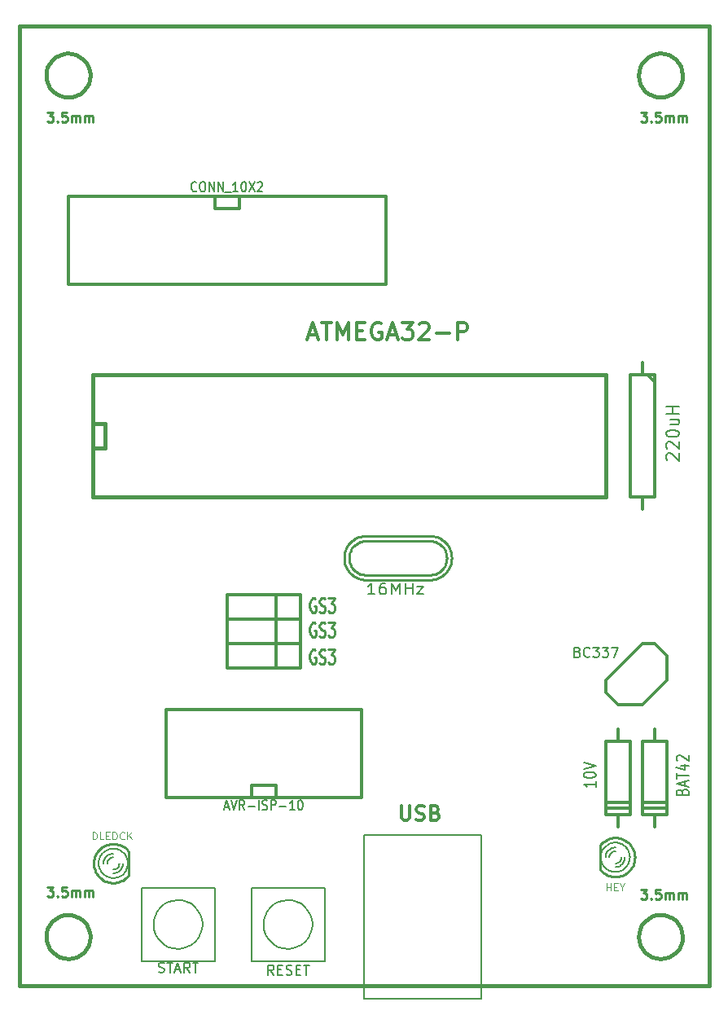
<source format=gto>
G04 (created by PCBNEW-RS274X (2012-apr-16-27)-stable) date Ned 20 Lis 2013 22:50:24*
G01*
G70*
G90*
%MOIN*%
G04 Gerber Fmt 3.4, Leading zero omitted, Abs format*
%FSLAX34Y34*%
G04 APERTURE LIST*
%ADD10C,0.006000*%
%ADD11C,0.015000*%
%ADD12C,0.005000*%
%ADD13C,0.010000*%
%ADD14C,0.011800*%
%ADD15C,0.012000*%
%ADD16C,0.008000*%
%ADD17C,0.003500*%
G04 APERTURE END LIST*
G54D10*
G54D11*
X36000Y-55000D02*
X64250Y-55000D01*
X36000Y-15750D02*
X64250Y-15750D01*
X64250Y-55000D02*
X64250Y-15750D01*
X36000Y-55000D02*
X36000Y-15750D01*
G54D12*
X48000Y-52500D02*
X47980Y-52694D01*
X47924Y-52881D01*
X47832Y-53053D01*
X47709Y-53204D01*
X47559Y-53329D01*
X47387Y-53421D01*
X47201Y-53479D01*
X47006Y-53499D01*
X46813Y-53482D01*
X46626Y-53427D01*
X46453Y-53336D01*
X46301Y-53214D01*
X46175Y-53064D01*
X46081Y-52893D01*
X46022Y-52707D01*
X46001Y-52513D01*
X46017Y-52320D01*
X46071Y-52132D01*
X46160Y-51959D01*
X46281Y-51806D01*
X46430Y-51679D01*
X46600Y-51584D01*
X46786Y-51524D01*
X46980Y-51501D01*
X47173Y-51516D01*
X47361Y-51568D01*
X47535Y-51656D01*
X47689Y-51776D01*
X47817Y-51924D01*
X47913Y-52094D01*
X47975Y-52279D01*
X47999Y-52473D01*
X48000Y-52500D01*
X48500Y-54000D02*
X45500Y-54000D01*
X45500Y-54000D02*
X45500Y-51000D01*
X45500Y-51000D02*
X48500Y-51000D01*
X48500Y-54000D02*
X48500Y-51000D01*
X43500Y-52500D02*
X43480Y-52694D01*
X43424Y-52881D01*
X43332Y-53053D01*
X43209Y-53204D01*
X43059Y-53329D01*
X42887Y-53421D01*
X42701Y-53479D01*
X42506Y-53499D01*
X42313Y-53482D01*
X42126Y-53427D01*
X41953Y-53336D01*
X41801Y-53214D01*
X41675Y-53064D01*
X41581Y-52893D01*
X41522Y-52707D01*
X41501Y-52513D01*
X41517Y-52320D01*
X41571Y-52132D01*
X41660Y-51959D01*
X41781Y-51806D01*
X41930Y-51679D01*
X42100Y-51584D01*
X42286Y-51524D01*
X42480Y-51501D01*
X42673Y-51516D01*
X42861Y-51568D01*
X43035Y-51656D01*
X43189Y-51776D01*
X43317Y-51924D01*
X43413Y-52094D01*
X43475Y-52279D01*
X43499Y-52473D01*
X43500Y-52500D01*
X44000Y-54000D02*
X41000Y-54000D01*
X41000Y-54000D02*
X41000Y-51000D01*
X41000Y-51000D02*
X44000Y-51000D01*
X44000Y-54000D02*
X44000Y-51000D01*
X50100Y-55550D02*
X54900Y-55550D01*
X54900Y-55550D02*
X54900Y-48850D01*
X54900Y-48850D02*
X50100Y-48850D01*
X50100Y-48850D02*
X50100Y-55550D01*
G54D13*
X49300Y-37500D02*
X49304Y-37578D01*
X49314Y-37656D01*
X49331Y-37732D01*
X49355Y-37807D01*
X49385Y-37880D01*
X49421Y-37949D01*
X49463Y-38016D01*
X49511Y-38078D01*
X49564Y-38136D01*
X49622Y-38189D01*
X49684Y-38237D01*
X49751Y-38279D01*
X49820Y-38315D01*
X49893Y-38345D01*
X49968Y-38369D01*
X50044Y-38386D01*
X50122Y-38396D01*
X50200Y-38400D01*
X52800Y-36800D02*
X50200Y-36800D01*
X50200Y-38200D02*
X52800Y-38200D01*
X50200Y-36800D02*
X50139Y-36803D01*
X50079Y-36811D01*
X50019Y-36824D01*
X49961Y-36843D01*
X49905Y-36866D01*
X49851Y-36894D01*
X49799Y-36927D01*
X49751Y-36964D01*
X49706Y-37006D01*
X49664Y-37051D01*
X49627Y-37099D01*
X49594Y-37151D01*
X49566Y-37205D01*
X49543Y-37261D01*
X49524Y-37319D01*
X49511Y-37379D01*
X49503Y-37439D01*
X49500Y-37500D01*
X49500Y-37500D02*
X49503Y-37561D01*
X49511Y-37621D01*
X49524Y-37681D01*
X49543Y-37739D01*
X49566Y-37795D01*
X49594Y-37849D01*
X49627Y-37901D01*
X49664Y-37949D01*
X49706Y-37994D01*
X49751Y-38036D01*
X49799Y-38073D01*
X49851Y-38106D01*
X49905Y-38134D01*
X49961Y-38157D01*
X50019Y-38176D01*
X50079Y-38189D01*
X50139Y-38197D01*
X50200Y-38200D01*
X53500Y-37500D02*
X53497Y-37439D01*
X53489Y-37379D01*
X53476Y-37319D01*
X53457Y-37261D01*
X53434Y-37205D01*
X53406Y-37151D01*
X53373Y-37099D01*
X53336Y-37051D01*
X53294Y-37006D01*
X53249Y-36964D01*
X53201Y-36927D01*
X53150Y-36894D01*
X53095Y-36866D01*
X53039Y-36843D01*
X52981Y-36824D01*
X52921Y-36811D01*
X52861Y-36803D01*
X52800Y-36800D01*
X52800Y-38200D02*
X52861Y-38197D01*
X52921Y-38189D01*
X52981Y-38176D01*
X53039Y-38157D01*
X53095Y-38134D01*
X53150Y-38106D01*
X53201Y-38073D01*
X53249Y-38036D01*
X53294Y-37994D01*
X53336Y-37949D01*
X53373Y-37901D01*
X53406Y-37849D01*
X53434Y-37795D01*
X53457Y-37739D01*
X53476Y-37681D01*
X53489Y-37621D01*
X53497Y-37561D01*
X53500Y-37500D01*
X50200Y-36600D02*
X50122Y-36604D01*
X50044Y-36614D01*
X49968Y-36631D01*
X49893Y-36655D01*
X49820Y-36685D01*
X49751Y-36721D01*
X49684Y-36763D01*
X49622Y-36811D01*
X49564Y-36864D01*
X49511Y-36922D01*
X49463Y-36984D01*
X49421Y-37051D01*
X49385Y-37120D01*
X49355Y-37193D01*
X49331Y-37268D01*
X49314Y-37344D01*
X49304Y-37422D01*
X49300Y-37500D01*
X50200Y-36600D02*
X52800Y-36600D01*
X52800Y-38400D02*
X50200Y-38400D01*
X53700Y-37500D02*
X53696Y-37422D01*
X53686Y-37344D01*
X53669Y-37268D01*
X53645Y-37193D01*
X53615Y-37120D01*
X53579Y-37051D01*
X53537Y-36984D01*
X53489Y-36922D01*
X53436Y-36864D01*
X53378Y-36811D01*
X53316Y-36763D01*
X53250Y-36721D01*
X53180Y-36685D01*
X53107Y-36655D01*
X53032Y-36631D01*
X52956Y-36614D01*
X52878Y-36604D01*
X52800Y-36600D01*
X52800Y-38400D02*
X52878Y-38396D01*
X52956Y-38386D01*
X53032Y-38369D01*
X53107Y-38345D01*
X53180Y-38315D01*
X53250Y-38279D01*
X53316Y-38237D01*
X53378Y-38189D01*
X53436Y-38136D01*
X53489Y-38078D01*
X53537Y-38016D01*
X53579Y-37949D01*
X53615Y-37880D01*
X53645Y-37807D01*
X53669Y-37732D01*
X53686Y-37656D01*
X53696Y-37578D01*
X53700Y-37500D01*
G54D14*
X42000Y-43700D02*
X42000Y-47300D01*
X50000Y-43700D02*
X42000Y-43700D01*
X50000Y-43700D02*
X50000Y-47300D01*
X42000Y-47300D02*
X50000Y-47300D01*
X46500Y-47300D02*
X46500Y-46800D01*
X46500Y-46800D02*
X45500Y-46800D01*
X45500Y-46800D02*
X45500Y-47300D01*
G54D15*
X38000Y-22700D02*
X51000Y-22700D01*
X51000Y-26300D02*
X38000Y-26300D01*
G54D14*
X51000Y-26300D02*
X51000Y-22700D01*
X38000Y-26300D02*
X38000Y-22700D01*
X44000Y-22700D02*
X44000Y-23200D01*
X44000Y-23200D02*
X45000Y-23200D01*
X45000Y-23200D02*
X45000Y-22700D01*
G54D13*
X59780Y-49250D02*
X59780Y-50250D01*
G54D10*
X60860Y-50134D02*
X60892Y-50092D01*
X60920Y-50048D01*
X60944Y-50001D01*
X60964Y-49953D01*
X60980Y-49903D01*
X60991Y-49852D01*
X60997Y-49800D01*
X61000Y-49750D01*
X60999Y-49750D02*
X60996Y-49698D01*
X60989Y-49646D01*
X60978Y-49595D01*
X60962Y-49546D01*
X60942Y-49497D01*
X60918Y-49451D01*
X60890Y-49407D01*
X60858Y-49365D01*
X60847Y-49353D01*
X59801Y-49750D02*
X59804Y-49802D01*
X59811Y-49854D01*
X59822Y-49905D01*
X59838Y-49954D01*
X59858Y-50003D01*
X59882Y-50049D01*
X59910Y-50093D01*
X59942Y-50135D01*
X59946Y-50139D01*
X59940Y-49366D02*
X59908Y-49408D01*
X59880Y-49452D01*
X59856Y-49499D01*
X59836Y-49547D01*
X59820Y-49597D01*
X59809Y-49648D01*
X59803Y-49700D01*
X59800Y-49750D01*
X59913Y-50099D02*
X59945Y-50140D01*
X59981Y-50178D01*
X60020Y-50213D01*
X60062Y-50245D01*
X60106Y-50272D01*
X60153Y-50296D01*
X60201Y-50315D01*
X60251Y-50331D01*
X60303Y-50341D01*
X60354Y-50348D01*
X60400Y-50350D01*
X60400Y-50350D02*
X60452Y-50347D01*
X60504Y-50340D01*
X60555Y-50329D01*
X60605Y-50313D01*
X60653Y-50293D01*
X60700Y-50269D01*
X60744Y-50241D01*
X60785Y-50209D01*
X60824Y-50174D01*
X60859Y-50135D01*
X60879Y-50110D01*
X60400Y-49151D02*
X60348Y-49154D01*
X60296Y-49161D01*
X60245Y-49172D01*
X60196Y-49188D01*
X60147Y-49208D01*
X60101Y-49232D01*
X60057Y-49260D01*
X60015Y-49292D01*
X59977Y-49327D01*
X59942Y-49365D01*
X59928Y-49383D01*
X60873Y-49382D02*
X60839Y-49342D01*
X60802Y-49305D01*
X60761Y-49272D01*
X60718Y-49242D01*
X60673Y-49216D01*
X60625Y-49195D01*
X60576Y-49177D01*
X60525Y-49164D01*
X60474Y-49155D01*
X60421Y-49151D01*
X60400Y-49150D01*
X60400Y-50000D02*
X60421Y-49999D01*
X60443Y-49996D01*
X60464Y-49991D01*
X60485Y-49984D01*
X60505Y-49976D01*
X60525Y-49966D01*
X60543Y-49954D01*
X60560Y-49941D01*
X60576Y-49926D01*
X60591Y-49910D01*
X60604Y-49893D01*
X60616Y-49874D01*
X60626Y-49855D01*
X60634Y-49835D01*
X60641Y-49814D01*
X60646Y-49793D01*
X60649Y-49771D01*
X60650Y-49750D01*
X60400Y-50150D02*
X60434Y-50148D01*
X60469Y-50143D01*
X60503Y-50136D01*
X60536Y-50125D01*
X60569Y-50112D01*
X60600Y-50096D01*
X60629Y-50077D01*
X60657Y-50056D01*
X60682Y-50032D01*
X60706Y-50007D01*
X60727Y-49979D01*
X60746Y-49949D01*
X60762Y-49919D01*
X60775Y-49886D01*
X60786Y-49853D01*
X60793Y-49819D01*
X60798Y-49784D01*
X60800Y-49750D01*
X60400Y-49500D02*
X60379Y-49501D01*
X60357Y-49504D01*
X60336Y-49509D01*
X60315Y-49516D01*
X60295Y-49524D01*
X60276Y-49534D01*
X60257Y-49546D01*
X60240Y-49559D01*
X60224Y-49574D01*
X60209Y-49590D01*
X60196Y-49607D01*
X60184Y-49626D01*
X60174Y-49645D01*
X60166Y-49665D01*
X60159Y-49686D01*
X60154Y-49707D01*
X60151Y-49729D01*
X60150Y-49750D01*
X60400Y-49350D02*
X60366Y-49352D01*
X60331Y-49357D01*
X60297Y-49364D01*
X60264Y-49375D01*
X60231Y-49388D01*
X60201Y-49404D01*
X60171Y-49423D01*
X60143Y-49444D01*
X60118Y-49468D01*
X60094Y-49493D01*
X60073Y-49521D01*
X60054Y-49551D01*
X60038Y-49581D01*
X60025Y-49614D01*
X60014Y-49647D01*
X60007Y-49681D01*
X60002Y-49716D01*
X60000Y-49750D01*
G54D13*
X59787Y-50263D02*
X59834Y-50314D01*
X59885Y-50361D01*
X59940Y-50404D01*
X59999Y-50442D01*
X60061Y-50474D01*
X60126Y-50501D01*
X60192Y-50522D01*
X60260Y-50537D01*
X60329Y-50546D01*
X60399Y-50549D01*
X60400Y-50550D01*
X60400Y-50549D02*
X60469Y-50545D01*
X60538Y-50536D01*
X60606Y-50521D01*
X60673Y-50500D01*
X60737Y-50474D01*
X60799Y-50441D01*
X60858Y-50404D01*
X60913Y-50362D01*
X60964Y-50314D01*
X61012Y-50263D01*
X61054Y-50208D01*
X61091Y-50149D01*
X61104Y-50126D01*
X60399Y-48953D02*
X60330Y-48956D01*
X60261Y-48965D01*
X60193Y-48980D01*
X60126Y-49001D01*
X60062Y-49028D01*
X60000Y-49060D01*
X59942Y-49098D01*
X59886Y-49140D01*
X59835Y-49187D01*
X59791Y-49235D01*
X61094Y-49353D02*
X61056Y-49294D01*
X61014Y-49238D01*
X60967Y-49187D01*
X60916Y-49139D01*
X60861Y-49097D01*
X60802Y-49059D01*
X60740Y-49027D01*
X60676Y-49000D01*
X60609Y-48978D01*
X60541Y-48963D01*
X60472Y-48954D01*
X60402Y-48951D01*
X60400Y-48950D01*
X61104Y-50129D02*
X61134Y-50066D01*
X61159Y-50001D01*
X61178Y-49934D01*
X61191Y-49865D01*
X61198Y-49796D01*
X61200Y-49750D01*
X61199Y-49750D02*
X61195Y-49681D01*
X61186Y-49612D01*
X61171Y-49544D01*
X61150Y-49477D01*
X61124Y-49413D01*
X61091Y-49351D01*
X61080Y-49332D01*
X40470Y-50500D02*
X40470Y-49500D01*
G54D10*
X39390Y-49616D02*
X39358Y-49658D01*
X39330Y-49702D01*
X39306Y-49749D01*
X39286Y-49797D01*
X39270Y-49847D01*
X39259Y-49898D01*
X39253Y-49950D01*
X39250Y-50000D01*
X39251Y-50000D02*
X39254Y-50052D01*
X39261Y-50104D01*
X39272Y-50155D01*
X39288Y-50204D01*
X39308Y-50253D01*
X39332Y-50299D01*
X39360Y-50343D01*
X39392Y-50385D01*
X39403Y-50397D01*
X40449Y-50000D02*
X40446Y-49948D01*
X40439Y-49896D01*
X40428Y-49845D01*
X40412Y-49796D01*
X40392Y-49747D01*
X40368Y-49701D01*
X40340Y-49657D01*
X40308Y-49615D01*
X40304Y-49611D01*
X40310Y-50384D02*
X40342Y-50342D01*
X40370Y-50298D01*
X40394Y-50251D01*
X40414Y-50203D01*
X40430Y-50153D01*
X40441Y-50102D01*
X40447Y-50050D01*
X40450Y-50000D01*
X40337Y-49651D02*
X40305Y-49610D01*
X40269Y-49572D01*
X40230Y-49537D01*
X40188Y-49505D01*
X40144Y-49478D01*
X40097Y-49454D01*
X40049Y-49435D01*
X39999Y-49419D01*
X39947Y-49409D01*
X39896Y-49402D01*
X39850Y-49400D01*
X39850Y-49400D02*
X39798Y-49403D01*
X39746Y-49410D01*
X39695Y-49421D01*
X39645Y-49437D01*
X39597Y-49457D01*
X39551Y-49481D01*
X39506Y-49509D01*
X39465Y-49541D01*
X39426Y-49576D01*
X39391Y-49615D01*
X39371Y-49640D01*
X39850Y-50599D02*
X39902Y-50596D01*
X39954Y-50589D01*
X40005Y-50578D01*
X40054Y-50562D01*
X40103Y-50542D01*
X40149Y-50518D01*
X40193Y-50490D01*
X40235Y-50458D01*
X40273Y-50423D01*
X40308Y-50385D01*
X40322Y-50367D01*
X39377Y-50368D02*
X39411Y-50408D01*
X39448Y-50445D01*
X39489Y-50478D01*
X39532Y-50508D01*
X39577Y-50534D01*
X39625Y-50555D01*
X39674Y-50573D01*
X39725Y-50586D01*
X39776Y-50595D01*
X39829Y-50599D01*
X39850Y-50600D01*
X39850Y-49750D02*
X39829Y-49751D01*
X39807Y-49754D01*
X39786Y-49759D01*
X39765Y-49766D01*
X39745Y-49774D01*
X39726Y-49784D01*
X39707Y-49796D01*
X39690Y-49809D01*
X39674Y-49824D01*
X39659Y-49840D01*
X39646Y-49857D01*
X39634Y-49876D01*
X39624Y-49895D01*
X39616Y-49915D01*
X39609Y-49936D01*
X39604Y-49957D01*
X39601Y-49979D01*
X39600Y-50000D01*
X39850Y-49600D02*
X39816Y-49602D01*
X39781Y-49607D01*
X39747Y-49614D01*
X39714Y-49625D01*
X39681Y-49638D01*
X39651Y-49654D01*
X39621Y-49673D01*
X39593Y-49694D01*
X39568Y-49718D01*
X39544Y-49743D01*
X39523Y-49771D01*
X39504Y-49801D01*
X39488Y-49831D01*
X39475Y-49864D01*
X39464Y-49897D01*
X39457Y-49931D01*
X39452Y-49966D01*
X39450Y-50000D01*
X39850Y-50250D02*
X39871Y-50249D01*
X39893Y-50246D01*
X39914Y-50241D01*
X39935Y-50234D01*
X39955Y-50226D01*
X39975Y-50216D01*
X39993Y-50204D01*
X40010Y-50191D01*
X40026Y-50176D01*
X40041Y-50160D01*
X40054Y-50143D01*
X40066Y-50124D01*
X40076Y-50105D01*
X40084Y-50085D01*
X40091Y-50064D01*
X40096Y-50043D01*
X40099Y-50021D01*
X40100Y-50000D01*
X39850Y-50400D02*
X39884Y-50398D01*
X39919Y-50393D01*
X39953Y-50386D01*
X39986Y-50375D01*
X40019Y-50362D01*
X40050Y-50346D01*
X40079Y-50327D01*
X40107Y-50306D01*
X40132Y-50282D01*
X40156Y-50257D01*
X40177Y-50229D01*
X40196Y-50199D01*
X40212Y-50169D01*
X40225Y-50136D01*
X40236Y-50103D01*
X40243Y-50069D01*
X40248Y-50034D01*
X40250Y-50000D01*
G54D13*
X40463Y-49487D02*
X40416Y-49436D01*
X40365Y-49389D01*
X40310Y-49346D01*
X40251Y-49308D01*
X40189Y-49276D01*
X40124Y-49249D01*
X40058Y-49228D01*
X39990Y-49213D01*
X39921Y-49204D01*
X39851Y-49201D01*
X39850Y-49200D01*
X39850Y-49201D02*
X39781Y-49205D01*
X39712Y-49214D01*
X39644Y-49229D01*
X39577Y-49250D01*
X39513Y-49276D01*
X39451Y-49309D01*
X39392Y-49346D01*
X39337Y-49388D01*
X39286Y-49436D01*
X39238Y-49487D01*
X39196Y-49542D01*
X39159Y-49601D01*
X39146Y-49624D01*
X39851Y-50797D02*
X39920Y-50794D01*
X39989Y-50785D01*
X40057Y-50770D01*
X40124Y-50749D01*
X40188Y-50722D01*
X40250Y-50690D01*
X40308Y-50652D01*
X40364Y-50610D01*
X40415Y-50563D01*
X40459Y-50515D01*
X39156Y-50397D02*
X39194Y-50456D01*
X39236Y-50512D01*
X39283Y-50563D01*
X39334Y-50611D01*
X39389Y-50653D01*
X39448Y-50691D01*
X39510Y-50723D01*
X39574Y-50750D01*
X39641Y-50772D01*
X39709Y-50787D01*
X39778Y-50796D01*
X39848Y-50799D01*
X39850Y-50800D01*
X39146Y-49621D02*
X39116Y-49684D01*
X39091Y-49749D01*
X39072Y-49816D01*
X39059Y-49885D01*
X39052Y-49954D01*
X39050Y-50000D01*
X39051Y-50000D02*
X39055Y-50069D01*
X39064Y-50138D01*
X39079Y-50206D01*
X39100Y-50273D01*
X39126Y-50337D01*
X39159Y-50399D01*
X39170Y-50418D01*
G54D15*
X47500Y-40000D02*
X47500Y-41000D01*
X47500Y-41000D02*
X44500Y-41000D01*
X44500Y-41000D02*
X44500Y-40000D01*
X44500Y-40000D02*
X47500Y-40000D01*
X46500Y-41000D02*
X46500Y-40000D01*
X47500Y-41000D02*
X47500Y-42000D01*
X47500Y-42000D02*
X44500Y-42000D01*
X44500Y-42000D02*
X44500Y-41000D01*
X44500Y-41000D02*
X47500Y-41000D01*
X46500Y-42000D02*
X46500Y-41000D01*
X47500Y-39000D02*
X47500Y-40000D01*
X47500Y-40000D02*
X44500Y-40000D01*
X44500Y-40000D02*
X44500Y-39000D01*
X44500Y-39000D02*
X47500Y-39000D01*
X46500Y-40000D02*
X46500Y-39000D01*
G54D11*
X39000Y-32000D02*
X39500Y-32000D01*
X39500Y-32000D02*
X39500Y-33000D01*
X39500Y-33000D02*
X39000Y-33000D01*
X39000Y-30000D02*
X60000Y-30000D01*
X60000Y-30000D02*
X60000Y-35000D01*
X60000Y-35000D02*
X39000Y-35000D01*
X39000Y-35000D02*
X39000Y-30000D01*
G54D15*
X62500Y-45000D02*
X62500Y-48000D01*
X62500Y-48000D02*
X61500Y-48000D01*
X61500Y-48000D02*
X61500Y-45000D01*
X61500Y-45000D02*
X62500Y-45000D01*
X62500Y-47750D02*
X61500Y-47750D01*
X61500Y-47500D02*
X62500Y-47500D01*
X62000Y-45000D02*
X62000Y-44500D01*
X62000Y-48000D02*
X62000Y-48500D01*
X61000Y-45000D02*
X61000Y-48000D01*
X61000Y-48000D02*
X60000Y-48000D01*
X60000Y-48000D02*
X60000Y-45000D01*
X60000Y-45000D02*
X61000Y-45000D01*
X61000Y-47750D02*
X60000Y-47750D01*
X60000Y-47500D02*
X61000Y-47500D01*
X60500Y-45000D02*
X60500Y-44500D01*
X60500Y-48000D02*
X60500Y-48500D01*
X62000Y-30000D02*
X62000Y-35000D01*
X62000Y-35000D02*
X61000Y-35000D01*
X61000Y-35000D02*
X61000Y-30000D01*
X61500Y-35000D02*
X61500Y-35500D01*
X61500Y-29500D02*
X61500Y-30000D01*
X61700Y-30000D02*
X62000Y-30300D01*
X62000Y-30000D02*
X61000Y-30000D01*
X61500Y-41000D02*
X60000Y-42500D01*
X60000Y-42500D02*
X60000Y-43000D01*
X60000Y-43000D02*
X60500Y-43500D01*
X60500Y-43500D02*
X61500Y-43500D01*
X61500Y-43500D02*
X62500Y-42500D01*
X62500Y-42500D02*
X62500Y-41500D01*
X62500Y-41500D02*
X62000Y-41000D01*
X62000Y-41000D02*
X61500Y-41000D01*
G54D11*
X38900Y-53000D02*
X38882Y-53174D01*
X38832Y-53342D01*
X38749Y-53498D01*
X38638Y-53634D01*
X38503Y-53746D01*
X38348Y-53829D01*
X38180Y-53881D01*
X38006Y-53899D01*
X37832Y-53884D01*
X37663Y-53834D01*
X37508Y-53753D01*
X37371Y-53643D01*
X37258Y-53508D01*
X37173Y-53354D01*
X37120Y-53187D01*
X37101Y-53012D01*
X37115Y-52838D01*
X37164Y-52669D01*
X37244Y-52513D01*
X37353Y-52375D01*
X37487Y-52261D01*
X37640Y-52176D01*
X37807Y-52121D01*
X37982Y-52101D01*
X38156Y-52114D01*
X38325Y-52161D01*
X38482Y-52241D01*
X38620Y-52349D01*
X38735Y-52482D01*
X38822Y-52634D01*
X38877Y-52801D01*
X38899Y-52975D01*
X38900Y-53000D01*
X63150Y-53000D02*
X63132Y-53174D01*
X63082Y-53342D01*
X62999Y-53498D01*
X62888Y-53634D01*
X62753Y-53746D01*
X62598Y-53829D01*
X62430Y-53881D01*
X62256Y-53899D01*
X62082Y-53884D01*
X61913Y-53834D01*
X61758Y-53753D01*
X61621Y-53643D01*
X61508Y-53508D01*
X61423Y-53354D01*
X61370Y-53187D01*
X61351Y-53012D01*
X61365Y-52838D01*
X61414Y-52669D01*
X61494Y-52513D01*
X61603Y-52375D01*
X61737Y-52261D01*
X61890Y-52176D01*
X62057Y-52121D01*
X62232Y-52101D01*
X62406Y-52114D01*
X62575Y-52161D01*
X62732Y-52241D01*
X62870Y-52349D01*
X62985Y-52482D01*
X63072Y-52634D01*
X63127Y-52801D01*
X63149Y-52975D01*
X63150Y-53000D01*
X63150Y-17750D02*
X63132Y-17924D01*
X63082Y-18092D01*
X62999Y-18248D01*
X62888Y-18384D01*
X62753Y-18496D01*
X62598Y-18579D01*
X62430Y-18631D01*
X62256Y-18649D01*
X62082Y-18634D01*
X61913Y-18584D01*
X61758Y-18503D01*
X61621Y-18393D01*
X61508Y-18258D01*
X61423Y-18104D01*
X61370Y-17937D01*
X61351Y-17762D01*
X61365Y-17588D01*
X61414Y-17419D01*
X61494Y-17263D01*
X61603Y-17125D01*
X61737Y-17011D01*
X61890Y-16926D01*
X62057Y-16871D01*
X62232Y-16851D01*
X62406Y-16864D01*
X62575Y-16911D01*
X62732Y-16991D01*
X62870Y-17099D01*
X62985Y-17232D01*
X63072Y-17384D01*
X63127Y-17551D01*
X63149Y-17725D01*
X63150Y-17750D01*
X38900Y-17750D02*
X38882Y-17924D01*
X38832Y-18092D01*
X38749Y-18248D01*
X38638Y-18384D01*
X38503Y-18496D01*
X38348Y-18579D01*
X38180Y-18631D01*
X38006Y-18649D01*
X37832Y-18634D01*
X37663Y-18584D01*
X37508Y-18503D01*
X37371Y-18393D01*
X37258Y-18258D01*
X37173Y-18104D01*
X37120Y-17937D01*
X37101Y-17762D01*
X37115Y-17588D01*
X37164Y-17419D01*
X37244Y-17263D01*
X37353Y-17125D01*
X37487Y-17011D01*
X37640Y-16926D01*
X37807Y-16871D01*
X37982Y-16851D01*
X38156Y-16864D01*
X38325Y-16911D01*
X38482Y-16991D01*
X38620Y-17099D01*
X38735Y-17232D01*
X38822Y-17384D01*
X38877Y-17551D01*
X38899Y-17725D01*
X38900Y-17750D01*
G54D16*
X46419Y-54562D02*
X46285Y-54371D01*
X46190Y-54562D02*
X46190Y-54162D01*
X46343Y-54162D01*
X46381Y-54181D01*
X46400Y-54200D01*
X46419Y-54238D01*
X46419Y-54295D01*
X46400Y-54333D01*
X46381Y-54352D01*
X46343Y-54371D01*
X46190Y-54371D01*
X46590Y-54352D02*
X46724Y-54352D01*
X46781Y-54562D02*
X46590Y-54562D01*
X46590Y-54162D01*
X46781Y-54162D01*
X46933Y-54543D02*
X46990Y-54562D01*
X47086Y-54562D01*
X47124Y-54543D01*
X47143Y-54524D01*
X47162Y-54486D01*
X47162Y-54448D01*
X47143Y-54410D01*
X47124Y-54390D01*
X47086Y-54371D01*
X47009Y-54352D01*
X46971Y-54333D01*
X46952Y-54314D01*
X46933Y-54276D01*
X46933Y-54238D01*
X46952Y-54200D01*
X46971Y-54181D01*
X47009Y-54162D01*
X47105Y-54162D01*
X47162Y-54181D01*
X47333Y-54352D02*
X47467Y-54352D01*
X47524Y-54562D02*
X47333Y-54562D01*
X47333Y-54162D01*
X47524Y-54162D01*
X47638Y-54162D02*
X47867Y-54162D01*
X47752Y-54562D02*
X47752Y-54162D01*
X41709Y-54443D02*
X41766Y-54462D01*
X41862Y-54462D01*
X41900Y-54443D01*
X41919Y-54424D01*
X41938Y-54386D01*
X41938Y-54348D01*
X41919Y-54310D01*
X41900Y-54290D01*
X41862Y-54271D01*
X41785Y-54252D01*
X41747Y-54233D01*
X41728Y-54214D01*
X41709Y-54176D01*
X41709Y-54138D01*
X41728Y-54100D01*
X41747Y-54081D01*
X41785Y-54062D01*
X41881Y-54062D01*
X41938Y-54081D01*
X42052Y-54062D02*
X42281Y-54062D01*
X42166Y-54462D02*
X42166Y-54062D01*
X42395Y-54348D02*
X42586Y-54348D01*
X42357Y-54462D02*
X42490Y-54062D01*
X42624Y-54462D01*
X42986Y-54462D02*
X42852Y-54271D01*
X42757Y-54462D02*
X42757Y-54062D01*
X42910Y-54062D01*
X42948Y-54081D01*
X42967Y-54100D01*
X42986Y-54138D01*
X42986Y-54195D01*
X42967Y-54233D01*
X42948Y-54252D01*
X42910Y-54271D01*
X42757Y-54271D01*
X43100Y-54062D02*
X43329Y-54062D01*
X43214Y-54462D02*
X43214Y-54062D01*
G54D15*
X51643Y-47643D02*
X51643Y-48129D01*
X51671Y-48186D01*
X51700Y-48214D01*
X51757Y-48243D01*
X51871Y-48243D01*
X51929Y-48214D01*
X51957Y-48186D01*
X51986Y-48129D01*
X51986Y-47643D01*
X52243Y-48214D02*
X52329Y-48243D01*
X52472Y-48243D01*
X52529Y-48214D01*
X52558Y-48186D01*
X52586Y-48129D01*
X52586Y-48071D01*
X52558Y-48014D01*
X52529Y-47986D01*
X52472Y-47957D01*
X52358Y-47929D01*
X52300Y-47900D01*
X52272Y-47871D01*
X52243Y-47814D01*
X52243Y-47757D01*
X52272Y-47700D01*
X52300Y-47671D01*
X52358Y-47643D01*
X52500Y-47643D01*
X52586Y-47671D01*
X53043Y-47929D02*
X53129Y-47957D01*
X53157Y-47986D01*
X53186Y-48043D01*
X53186Y-48129D01*
X53157Y-48186D01*
X53129Y-48214D01*
X53071Y-48243D01*
X52843Y-48243D01*
X52843Y-47643D01*
X53043Y-47643D01*
X53100Y-47671D01*
X53129Y-47700D01*
X53157Y-47757D01*
X53157Y-47814D01*
X53129Y-47871D01*
X53100Y-47900D01*
X53043Y-47929D01*
X52843Y-47929D01*
G54D10*
X50555Y-38982D02*
X50269Y-38982D01*
X50412Y-38982D02*
X50412Y-38532D01*
X50364Y-38596D01*
X50317Y-38639D01*
X50269Y-38661D01*
X50983Y-38532D02*
X50888Y-38532D01*
X50840Y-38554D01*
X50817Y-38575D01*
X50769Y-38639D01*
X50745Y-38725D01*
X50745Y-38896D01*
X50769Y-38939D01*
X50793Y-38961D01*
X50840Y-38982D01*
X50936Y-38982D01*
X50983Y-38961D01*
X51007Y-38939D01*
X51031Y-38896D01*
X51031Y-38789D01*
X51007Y-38746D01*
X50983Y-38725D01*
X50936Y-38704D01*
X50840Y-38704D01*
X50793Y-38725D01*
X50769Y-38746D01*
X50745Y-38789D01*
X51245Y-38982D02*
X51245Y-38532D01*
X51412Y-38854D01*
X51578Y-38532D01*
X51578Y-38982D01*
X51816Y-38982D02*
X51816Y-38532D01*
X51816Y-38746D02*
X52102Y-38746D01*
X52102Y-38982D02*
X52102Y-38532D01*
X52292Y-38682D02*
X52554Y-38682D01*
X52292Y-38982D01*
X52554Y-38982D01*
G54D16*
X44401Y-47698D02*
X44567Y-47698D01*
X44367Y-47812D02*
X44484Y-47412D01*
X44601Y-47812D01*
X44667Y-47412D02*
X44784Y-47812D01*
X44901Y-47412D01*
X45217Y-47812D02*
X45101Y-47621D01*
X45017Y-47812D02*
X45017Y-47412D01*
X45151Y-47412D01*
X45184Y-47431D01*
X45201Y-47450D01*
X45217Y-47488D01*
X45217Y-47545D01*
X45201Y-47583D01*
X45184Y-47602D01*
X45151Y-47621D01*
X45017Y-47621D01*
X45367Y-47660D02*
X45634Y-47660D01*
X45800Y-47812D02*
X45800Y-47412D01*
X45951Y-47793D02*
X46001Y-47812D01*
X46084Y-47812D01*
X46117Y-47793D01*
X46134Y-47774D01*
X46151Y-47736D01*
X46151Y-47698D01*
X46134Y-47660D01*
X46117Y-47640D01*
X46084Y-47621D01*
X46017Y-47602D01*
X45984Y-47583D01*
X45967Y-47564D01*
X45951Y-47526D01*
X45951Y-47488D01*
X45967Y-47450D01*
X45984Y-47431D01*
X46017Y-47412D01*
X46101Y-47412D01*
X46151Y-47431D01*
X46300Y-47812D02*
X46300Y-47412D01*
X46434Y-47412D01*
X46467Y-47431D01*
X46484Y-47450D01*
X46500Y-47488D01*
X46500Y-47545D01*
X46484Y-47583D01*
X46467Y-47602D01*
X46434Y-47621D01*
X46300Y-47621D01*
X46650Y-47660D02*
X46917Y-47660D01*
X47267Y-47812D02*
X47067Y-47812D01*
X47167Y-47812D02*
X47167Y-47412D01*
X47133Y-47469D01*
X47100Y-47507D01*
X47067Y-47526D01*
X47483Y-47412D02*
X47516Y-47412D01*
X47550Y-47431D01*
X47566Y-47450D01*
X47583Y-47488D01*
X47600Y-47564D01*
X47600Y-47660D01*
X47583Y-47736D01*
X47566Y-47774D01*
X47550Y-47793D01*
X47516Y-47812D01*
X47483Y-47812D01*
X47450Y-47793D01*
X47433Y-47774D01*
X47416Y-47736D01*
X47400Y-47660D01*
X47400Y-47564D01*
X47416Y-47488D01*
X47433Y-47450D01*
X47450Y-47431D01*
X47483Y-47412D01*
X43258Y-22474D02*
X43242Y-22493D01*
X43192Y-22512D01*
X43158Y-22512D01*
X43108Y-22493D01*
X43075Y-22455D01*
X43058Y-22417D01*
X43042Y-22340D01*
X43042Y-22283D01*
X43058Y-22207D01*
X43075Y-22169D01*
X43108Y-22131D01*
X43158Y-22112D01*
X43192Y-22112D01*
X43242Y-22131D01*
X43258Y-22150D01*
X43475Y-22112D02*
X43542Y-22112D01*
X43575Y-22131D01*
X43608Y-22169D01*
X43625Y-22245D01*
X43625Y-22379D01*
X43608Y-22455D01*
X43575Y-22493D01*
X43542Y-22512D01*
X43475Y-22512D01*
X43442Y-22493D01*
X43408Y-22455D01*
X43392Y-22379D01*
X43392Y-22245D01*
X43408Y-22169D01*
X43442Y-22131D01*
X43475Y-22112D01*
X43775Y-22512D02*
X43775Y-22112D01*
X43975Y-22512D01*
X43975Y-22112D01*
X44142Y-22512D02*
X44142Y-22112D01*
X44342Y-22512D01*
X44342Y-22112D01*
X44426Y-22550D02*
X44693Y-22550D01*
X44960Y-22512D02*
X44760Y-22512D01*
X44860Y-22512D02*
X44860Y-22112D01*
X44826Y-22169D01*
X44793Y-22207D01*
X44760Y-22226D01*
X45176Y-22112D02*
X45209Y-22112D01*
X45243Y-22131D01*
X45259Y-22150D01*
X45276Y-22188D01*
X45293Y-22264D01*
X45293Y-22360D01*
X45276Y-22436D01*
X45259Y-22474D01*
X45243Y-22493D01*
X45209Y-22512D01*
X45176Y-22512D01*
X45143Y-22493D01*
X45126Y-22474D01*
X45109Y-22436D01*
X45093Y-22360D01*
X45093Y-22264D01*
X45109Y-22188D01*
X45126Y-22150D01*
X45143Y-22131D01*
X45176Y-22112D01*
X45409Y-22112D02*
X45642Y-22512D01*
X45642Y-22112D02*
X45409Y-22512D01*
X45759Y-22150D02*
X45775Y-22131D01*
X45809Y-22112D01*
X45892Y-22112D01*
X45925Y-22131D01*
X45942Y-22150D01*
X45959Y-22188D01*
X45959Y-22226D01*
X45942Y-22283D01*
X45742Y-22512D01*
X45959Y-22512D01*
G54D17*
X60050Y-51121D02*
X60050Y-50821D01*
X60050Y-50964D02*
X60222Y-50964D01*
X60222Y-51121D02*
X60222Y-50821D01*
X60364Y-50964D02*
X60464Y-50964D01*
X60507Y-51121D02*
X60364Y-51121D01*
X60364Y-50821D01*
X60507Y-50821D01*
X60693Y-50979D02*
X60693Y-51121D01*
X60593Y-50821D02*
X60693Y-50979D01*
X60793Y-50821D01*
X39014Y-49021D02*
X39014Y-48721D01*
X39086Y-48721D01*
X39129Y-48736D01*
X39157Y-48764D01*
X39172Y-48793D01*
X39186Y-48850D01*
X39186Y-48893D01*
X39172Y-48950D01*
X39157Y-48979D01*
X39129Y-49007D01*
X39086Y-49021D01*
X39014Y-49021D01*
X39457Y-49021D02*
X39314Y-49021D01*
X39314Y-48721D01*
X39557Y-48864D02*
X39657Y-48864D01*
X39700Y-49021D02*
X39557Y-49021D01*
X39557Y-48721D01*
X39700Y-48721D01*
X39828Y-49021D02*
X39828Y-48721D01*
X39900Y-48721D01*
X39943Y-48736D01*
X39971Y-48764D01*
X39986Y-48793D01*
X40000Y-48850D01*
X40000Y-48893D01*
X39986Y-48950D01*
X39971Y-48979D01*
X39943Y-49007D01*
X39900Y-49021D01*
X39828Y-49021D01*
X40300Y-48993D02*
X40286Y-49007D01*
X40243Y-49021D01*
X40214Y-49021D01*
X40171Y-49007D01*
X40143Y-48979D01*
X40128Y-48950D01*
X40114Y-48893D01*
X40114Y-48850D01*
X40128Y-48793D01*
X40143Y-48764D01*
X40171Y-48736D01*
X40214Y-48721D01*
X40243Y-48721D01*
X40286Y-48736D01*
X40300Y-48750D01*
X40428Y-49021D02*
X40428Y-48721D01*
X40600Y-49021D02*
X40471Y-48850D01*
X40600Y-48721D02*
X40428Y-48893D01*
G54D13*
X48124Y-40171D02*
X48086Y-40143D01*
X48029Y-40143D01*
X47971Y-40171D01*
X47933Y-40229D01*
X47914Y-40286D01*
X47895Y-40400D01*
X47895Y-40486D01*
X47914Y-40600D01*
X47933Y-40657D01*
X47971Y-40714D01*
X48029Y-40743D01*
X48067Y-40743D01*
X48124Y-40714D01*
X48143Y-40686D01*
X48143Y-40486D01*
X48067Y-40486D01*
X48295Y-40714D02*
X48352Y-40743D01*
X48448Y-40743D01*
X48486Y-40714D01*
X48505Y-40686D01*
X48524Y-40629D01*
X48524Y-40571D01*
X48505Y-40514D01*
X48486Y-40486D01*
X48448Y-40457D01*
X48371Y-40429D01*
X48333Y-40400D01*
X48314Y-40371D01*
X48295Y-40314D01*
X48295Y-40257D01*
X48314Y-40200D01*
X48333Y-40171D01*
X48371Y-40143D01*
X48467Y-40143D01*
X48524Y-40171D01*
X48657Y-40143D02*
X48905Y-40143D01*
X48771Y-40371D01*
X48829Y-40371D01*
X48867Y-40400D01*
X48886Y-40429D01*
X48905Y-40486D01*
X48905Y-40629D01*
X48886Y-40686D01*
X48867Y-40714D01*
X48829Y-40743D01*
X48714Y-40743D01*
X48676Y-40714D01*
X48657Y-40686D01*
X48124Y-41271D02*
X48086Y-41243D01*
X48029Y-41243D01*
X47971Y-41271D01*
X47933Y-41329D01*
X47914Y-41386D01*
X47895Y-41500D01*
X47895Y-41586D01*
X47914Y-41700D01*
X47933Y-41757D01*
X47971Y-41814D01*
X48029Y-41843D01*
X48067Y-41843D01*
X48124Y-41814D01*
X48143Y-41786D01*
X48143Y-41586D01*
X48067Y-41586D01*
X48295Y-41814D02*
X48352Y-41843D01*
X48448Y-41843D01*
X48486Y-41814D01*
X48505Y-41786D01*
X48524Y-41729D01*
X48524Y-41671D01*
X48505Y-41614D01*
X48486Y-41586D01*
X48448Y-41557D01*
X48371Y-41529D01*
X48333Y-41500D01*
X48314Y-41471D01*
X48295Y-41414D01*
X48295Y-41357D01*
X48314Y-41300D01*
X48333Y-41271D01*
X48371Y-41243D01*
X48467Y-41243D01*
X48524Y-41271D01*
X48657Y-41243D02*
X48905Y-41243D01*
X48771Y-41471D01*
X48829Y-41471D01*
X48867Y-41500D01*
X48886Y-41529D01*
X48905Y-41586D01*
X48905Y-41729D01*
X48886Y-41786D01*
X48867Y-41814D01*
X48829Y-41843D01*
X48714Y-41843D01*
X48676Y-41814D01*
X48657Y-41786D01*
X48124Y-39171D02*
X48086Y-39143D01*
X48029Y-39143D01*
X47971Y-39171D01*
X47933Y-39229D01*
X47914Y-39286D01*
X47895Y-39400D01*
X47895Y-39486D01*
X47914Y-39600D01*
X47933Y-39657D01*
X47971Y-39714D01*
X48029Y-39743D01*
X48067Y-39743D01*
X48124Y-39714D01*
X48143Y-39686D01*
X48143Y-39486D01*
X48067Y-39486D01*
X48295Y-39714D02*
X48352Y-39743D01*
X48448Y-39743D01*
X48486Y-39714D01*
X48505Y-39686D01*
X48524Y-39629D01*
X48524Y-39571D01*
X48505Y-39514D01*
X48486Y-39486D01*
X48448Y-39457D01*
X48371Y-39429D01*
X48333Y-39400D01*
X48314Y-39371D01*
X48295Y-39314D01*
X48295Y-39257D01*
X48314Y-39200D01*
X48333Y-39171D01*
X48371Y-39143D01*
X48467Y-39143D01*
X48524Y-39171D01*
X48657Y-39143D02*
X48905Y-39143D01*
X48771Y-39371D01*
X48829Y-39371D01*
X48867Y-39400D01*
X48886Y-39429D01*
X48905Y-39486D01*
X48905Y-39629D01*
X48886Y-39686D01*
X48867Y-39714D01*
X48829Y-39743D01*
X48714Y-39743D01*
X48676Y-39714D01*
X48657Y-39686D01*
G54D15*
X47850Y-28383D02*
X48184Y-28383D01*
X47784Y-28583D02*
X48017Y-27883D01*
X48250Y-28583D01*
X48384Y-27883D02*
X48784Y-27883D01*
X48584Y-28583D02*
X48584Y-27883D01*
X49017Y-28583D02*
X49017Y-27883D01*
X49250Y-28383D01*
X49483Y-27883D01*
X49483Y-28583D01*
X49817Y-28217D02*
X50050Y-28217D01*
X50150Y-28583D02*
X49817Y-28583D01*
X49817Y-27883D01*
X50150Y-27883D01*
X50816Y-27917D02*
X50750Y-27883D01*
X50650Y-27883D01*
X50550Y-27917D01*
X50483Y-27983D01*
X50450Y-28050D01*
X50416Y-28183D01*
X50416Y-28283D01*
X50450Y-28417D01*
X50483Y-28483D01*
X50550Y-28550D01*
X50650Y-28583D01*
X50716Y-28583D01*
X50816Y-28550D01*
X50850Y-28517D01*
X50850Y-28283D01*
X50716Y-28283D01*
X51116Y-28383D02*
X51450Y-28383D01*
X51050Y-28583D02*
X51283Y-27883D01*
X51516Y-28583D01*
X51683Y-27883D02*
X52116Y-27883D01*
X51883Y-28150D01*
X51983Y-28150D01*
X52050Y-28183D01*
X52083Y-28217D01*
X52116Y-28283D01*
X52116Y-28450D01*
X52083Y-28517D01*
X52050Y-28550D01*
X51983Y-28583D01*
X51783Y-28583D01*
X51716Y-28550D01*
X51683Y-28517D01*
X52383Y-27950D02*
X52417Y-27917D01*
X52483Y-27883D01*
X52650Y-27883D01*
X52717Y-27917D01*
X52750Y-27950D01*
X52783Y-28017D01*
X52783Y-28083D01*
X52750Y-28183D01*
X52350Y-28583D01*
X52783Y-28583D01*
X53084Y-28317D02*
X53617Y-28317D01*
X53951Y-28583D02*
X53951Y-27883D01*
X54217Y-27883D01*
X54284Y-27917D01*
X54317Y-27950D01*
X54351Y-28017D01*
X54351Y-28117D01*
X54317Y-28183D01*
X54284Y-28217D01*
X54217Y-28250D01*
X53951Y-28250D01*
G54D16*
X63140Y-47076D02*
X63164Y-47019D01*
X63188Y-47000D01*
X63236Y-46981D01*
X63307Y-46981D01*
X63355Y-47000D01*
X63379Y-47019D01*
X63402Y-47057D01*
X63402Y-47210D01*
X62902Y-47210D01*
X62902Y-47076D01*
X62926Y-47038D01*
X62950Y-47019D01*
X62998Y-47000D01*
X63045Y-47000D01*
X63093Y-47019D01*
X63117Y-47038D01*
X63140Y-47076D01*
X63140Y-47210D01*
X63260Y-46829D02*
X63260Y-46638D01*
X63402Y-46867D02*
X62902Y-46734D01*
X63402Y-46600D01*
X62902Y-46524D02*
X62902Y-46295D01*
X63402Y-46410D02*
X62902Y-46410D01*
X63069Y-45990D02*
X63402Y-45990D01*
X62879Y-46086D02*
X63236Y-46181D01*
X63236Y-45933D01*
X62950Y-45800D02*
X62926Y-45781D01*
X62902Y-45743D01*
X62902Y-45647D01*
X62926Y-45609D01*
X62950Y-45590D01*
X62998Y-45571D01*
X63045Y-45571D01*
X63117Y-45590D01*
X63402Y-45819D01*
X63402Y-45571D01*
X59602Y-46647D02*
X59602Y-46876D01*
X59602Y-46762D02*
X59102Y-46762D01*
X59174Y-46800D01*
X59221Y-46838D01*
X59245Y-46876D01*
X59102Y-46400D02*
X59102Y-46361D01*
X59126Y-46323D01*
X59150Y-46304D01*
X59198Y-46285D01*
X59293Y-46266D01*
X59412Y-46266D01*
X59507Y-46285D01*
X59555Y-46304D01*
X59579Y-46323D01*
X59602Y-46361D01*
X59602Y-46400D01*
X59579Y-46438D01*
X59555Y-46457D01*
X59507Y-46476D01*
X59412Y-46495D01*
X59293Y-46495D01*
X59198Y-46476D01*
X59150Y-46457D01*
X59126Y-46438D01*
X59102Y-46400D01*
X59102Y-46152D02*
X59602Y-46019D01*
X59102Y-45885D01*
X62525Y-33507D02*
X62499Y-33483D01*
X62473Y-33435D01*
X62473Y-33316D01*
X62499Y-33269D01*
X62525Y-33245D01*
X62577Y-33221D01*
X62630Y-33221D01*
X62708Y-33245D01*
X63023Y-33531D01*
X63023Y-33221D01*
X62525Y-33031D02*
X62499Y-33007D01*
X62473Y-32959D01*
X62473Y-32840D01*
X62499Y-32793D01*
X62525Y-32769D01*
X62577Y-32745D01*
X62630Y-32745D01*
X62708Y-32769D01*
X63023Y-33055D01*
X63023Y-32745D01*
X62473Y-32436D02*
X62473Y-32388D01*
X62499Y-32340D01*
X62525Y-32317D01*
X62577Y-32293D01*
X62682Y-32269D01*
X62813Y-32269D01*
X62918Y-32293D01*
X62970Y-32317D01*
X62996Y-32340D01*
X63023Y-32388D01*
X63023Y-32436D01*
X62996Y-32483D01*
X62970Y-32507D01*
X62918Y-32531D01*
X62813Y-32555D01*
X62682Y-32555D01*
X62577Y-32531D01*
X62525Y-32507D01*
X62499Y-32483D01*
X62473Y-32436D01*
X62656Y-31841D02*
X63023Y-31841D01*
X62656Y-32055D02*
X62944Y-32055D01*
X62996Y-32031D01*
X63023Y-31984D01*
X63023Y-31912D01*
X62996Y-31864D01*
X62970Y-31841D01*
X63023Y-31603D02*
X62473Y-31603D01*
X62735Y-31603D02*
X62735Y-31317D01*
X63023Y-31317D02*
X62473Y-31317D01*
X58858Y-41352D02*
X58915Y-41371D01*
X58934Y-41390D01*
X58953Y-41429D01*
X58953Y-41486D01*
X58934Y-41524D01*
X58915Y-41543D01*
X58877Y-41562D01*
X58724Y-41562D01*
X58724Y-41162D01*
X58858Y-41162D01*
X58896Y-41181D01*
X58915Y-41200D01*
X58934Y-41238D01*
X58934Y-41276D01*
X58915Y-41314D01*
X58896Y-41333D01*
X58858Y-41352D01*
X58724Y-41352D01*
X59353Y-41524D02*
X59334Y-41543D01*
X59277Y-41562D01*
X59239Y-41562D01*
X59181Y-41543D01*
X59143Y-41505D01*
X59124Y-41467D01*
X59105Y-41390D01*
X59105Y-41333D01*
X59124Y-41257D01*
X59143Y-41219D01*
X59181Y-41181D01*
X59239Y-41162D01*
X59277Y-41162D01*
X59334Y-41181D01*
X59353Y-41200D01*
X59486Y-41162D02*
X59734Y-41162D01*
X59600Y-41314D01*
X59658Y-41314D01*
X59696Y-41333D01*
X59715Y-41352D01*
X59734Y-41390D01*
X59734Y-41486D01*
X59715Y-41524D01*
X59696Y-41543D01*
X59658Y-41562D01*
X59543Y-41562D01*
X59505Y-41543D01*
X59486Y-41524D01*
X59867Y-41162D02*
X60115Y-41162D01*
X59981Y-41314D01*
X60039Y-41314D01*
X60077Y-41333D01*
X60096Y-41352D01*
X60115Y-41390D01*
X60115Y-41486D01*
X60096Y-41524D01*
X60077Y-41543D01*
X60039Y-41562D01*
X59924Y-41562D01*
X59886Y-41543D01*
X59867Y-41524D01*
X60248Y-41162D02*
X60515Y-41162D01*
X60343Y-41562D01*
G54D13*
X37148Y-50962D02*
X37396Y-50962D01*
X37262Y-51114D01*
X37320Y-51114D01*
X37358Y-51133D01*
X37377Y-51152D01*
X37396Y-51190D01*
X37396Y-51286D01*
X37377Y-51324D01*
X37358Y-51343D01*
X37320Y-51362D01*
X37205Y-51362D01*
X37167Y-51343D01*
X37148Y-51324D01*
X37567Y-51324D02*
X37586Y-51343D01*
X37567Y-51362D01*
X37548Y-51343D01*
X37567Y-51324D01*
X37567Y-51362D01*
X37948Y-50962D02*
X37757Y-50962D01*
X37738Y-51152D01*
X37757Y-51133D01*
X37795Y-51114D01*
X37891Y-51114D01*
X37929Y-51133D01*
X37948Y-51152D01*
X37967Y-51190D01*
X37967Y-51286D01*
X37948Y-51324D01*
X37929Y-51343D01*
X37891Y-51362D01*
X37795Y-51362D01*
X37757Y-51343D01*
X37738Y-51324D01*
X38138Y-51362D02*
X38138Y-51095D01*
X38138Y-51133D02*
X38157Y-51114D01*
X38195Y-51095D01*
X38253Y-51095D01*
X38291Y-51114D01*
X38310Y-51152D01*
X38310Y-51362D01*
X38310Y-51152D02*
X38329Y-51114D01*
X38367Y-51095D01*
X38424Y-51095D01*
X38462Y-51114D01*
X38481Y-51152D01*
X38481Y-51362D01*
X38671Y-51362D02*
X38671Y-51095D01*
X38671Y-51133D02*
X38690Y-51114D01*
X38728Y-51095D01*
X38786Y-51095D01*
X38824Y-51114D01*
X38843Y-51152D01*
X38843Y-51362D01*
X38843Y-51152D02*
X38862Y-51114D01*
X38900Y-51095D01*
X38957Y-51095D01*
X38995Y-51114D01*
X39014Y-51152D01*
X39014Y-51362D01*
X61448Y-51062D02*
X61696Y-51062D01*
X61562Y-51214D01*
X61620Y-51214D01*
X61658Y-51233D01*
X61677Y-51252D01*
X61696Y-51290D01*
X61696Y-51386D01*
X61677Y-51424D01*
X61658Y-51443D01*
X61620Y-51462D01*
X61505Y-51462D01*
X61467Y-51443D01*
X61448Y-51424D01*
X61867Y-51424D02*
X61886Y-51443D01*
X61867Y-51462D01*
X61848Y-51443D01*
X61867Y-51424D01*
X61867Y-51462D01*
X62248Y-51062D02*
X62057Y-51062D01*
X62038Y-51252D01*
X62057Y-51233D01*
X62095Y-51214D01*
X62191Y-51214D01*
X62229Y-51233D01*
X62248Y-51252D01*
X62267Y-51290D01*
X62267Y-51386D01*
X62248Y-51424D01*
X62229Y-51443D01*
X62191Y-51462D01*
X62095Y-51462D01*
X62057Y-51443D01*
X62038Y-51424D01*
X62438Y-51462D02*
X62438Y-51195D01*
X62438Y-51233D02*
X62457Y-51214D01*
X62495Y-51195D01*
X62553Y-51195D01*
X62591Y-51214D01*
X62610Y-51252D01*
X62610Y-51462D01*
X62610Y-51252D02*
X62629Y-51214D01*
X62667Y-51195D01*
X62724Y-51195D01*
X62762Y-51214D01*
X62781Y-51252D01*
X62781Y-51462D01*
X62971Y-51462D02*
X62971Y-51195D01*
X62971Y-51233D02*
X62990Y-51214D01*
X63028Y-51195D01*
X63086Y-51195D01*
X63124Y-51214D01*
X63143Y-51252D01*
X63143Y-51462D01*
X63143Y-51252D02*
X63162Y-51214D01*
X63200Y-51195D01*
X63257Y-51195D01*
X63295Y-51214D01*
X63314Y-51252D01*
X63314Y-51462D01*
X61448Y-19262D02*
X61696Y-19262D01*
X61562Y-19414D01*
X61620Y-19414D01*
X61658Y-19433D01*
X61677Y-19452D01*
X61696Y-19490D01*
X61696Y-19586D01*
X61677Y-19624D01*
X61658Y-19643D01*
X61620Y-19662D01*
X61505Y-19662D01*
X61467Y-19643D01*
X61448Y-19624D01*
X61867Y-19624D02*
X61886Y-19643D01*
X61867Y-19662D01*
X61848Y-19643D01*
X61867Y-19624D01*
X61867Y-19662D01*
X62248Y-19262D02*
X62057Y-19262D01*
X62038Y-19452D01*
X62057Y-19433D01*
X62095Y-19414D01*
X62191Y-19414D01*
X62229Y-19433D01*
X62248Y-19452D01*
X62267Y-19490D01*
X62267Y-19586D01*
X62248Y-19624D01*
X62229Y-19643D01*
X62191Y-19662D01*
X62095Y-19662D01*
X62057Y-19643D01*
X62038Y-19624D01*
X62438Y-19662D02*
X62438Y-19395D01*
X62438Y-19433D02*
X62457Y-19414D01*
X62495Y-19395D01*
X62553Y-19395D01*
X62591Y-19414D01*
X62610Y-19452D01*
X62610Y-19662D01*
X62610Y-19452D02*
X62629Y-19414D01*
X62667Y-19395D01*
X62724Y-19395D01*
X62762Y-19414D01*
X62781Y-19452D01*
X62781Y-19662D01*
X62971Y-19662D02*
X62971Y-19395D01*
X62971Y-19433D02*
X62990Y-19414D01*
X63028Y-19395D01*
X63086Y-19395D01*
X63124Y-19414D01*
X63143Y-19452D01*
X63143Y-19662D01*
X63143Y-19452D02*
X63162Y-19414D01*
X63200Y-19395D01*
X63257Y-19395D01*
X63295Y-19414D01*
X63314Y-19452D01*
X63314Y-19662D01*
X37148Y-19262D02*
X37396Y-19262D01*
X37262Y-19414D01*
X37320Y-19414D01*
X37358Y-19433D01*
X37377Y-19452D01*
X37396Y-19490D01*
X37396Y-19586D01*
X37377Y-19624D01*
X37358Y-19643D01*
X37320Y-19662D01*
X37205Y-19662D01*
X37167Y-19643D01*
X37148Y-19624D01*
X37567Y-19624D02*
X37586Y-19643D01*
X37567Y-19662D01*
X37548Y-19643D01*
X37567Y-19624D01*
X37567Y-19662D01*
X37948Y-19262D02*
X37757Y-19262D01*
X37738Y-19452D01*
X37757Y-19433D01*
X37795Y-19414D01*
X37891Y-19414D01*
X37929Y-19433D01*
X37948Y-19452D01*
X37967Y-19490D01*
X37967Y-19586D01*
X37948Y-19624D01*
X37929Y-19643D01*
X37891Y-19662D01*
X37795Y-19662D01*
X37757Y-19643D01*
X37738Y-19624D01*
X38138Y-19662D02*
X38138Y-19395D01*
X38138Y-19433D02*
X38157Y-19414D01*
X38195Y-19395D01*
X38253Y-19395D01*
X38291Y-19414D01*
X38310Y-19452D01*
X38310Y-19662D01*
X38310Y-19452D02*
X38329Y-19414D01*
X38367Y-19395D01*
X38424Y-19395D01*
X38462Y-19414D01*
X38481Y-19452D01*
X38481Y-19662D01*
X38671Y-19662D02*
X38671Y-19395D01*
X38671Y-19433D02*
X38690Y-19414D01*
X38728Y-19395D01*
X38786Y-19395D01*
X38824Y-19414D01*
X38843Y-19452D01*
X38843Y-19662D01*
X38843Y-19452D02*
X38862Y-19414D01*
X38900Y-19395D01*
X38957Y-19395D01*
X38995Y-19414D01*
X39014Y-19452D01*
X39014Y-19662D01*
M02*

</source>
